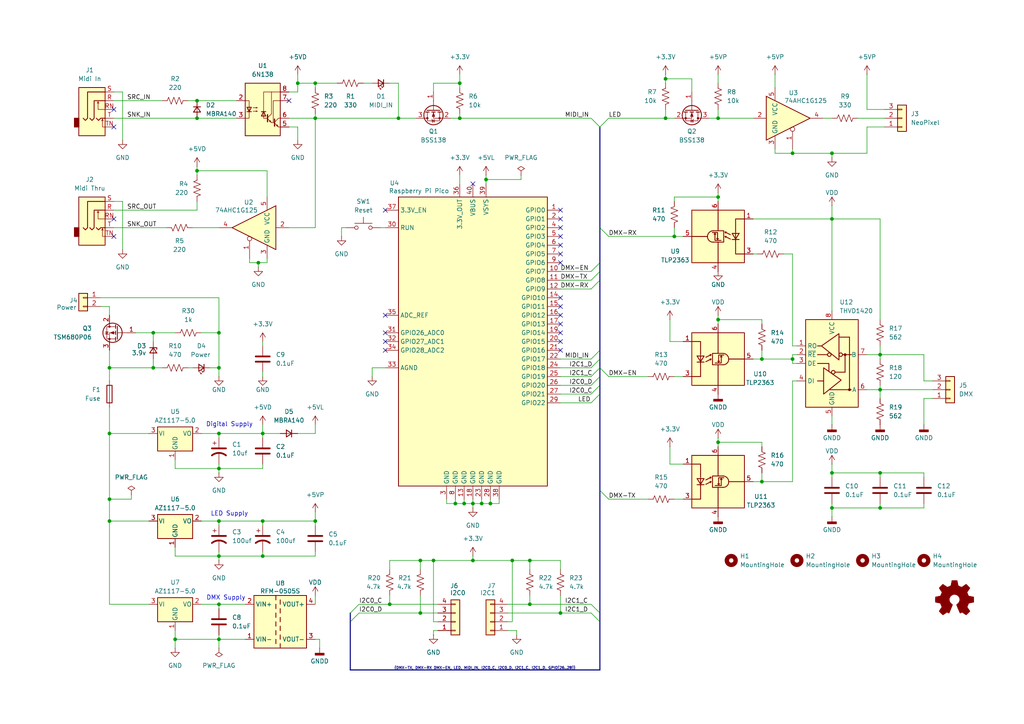
<source format=kicad_sch>
(kicad_sch (version 20231120) (generator "eeschema") (generator_version "8.0")
  (paper "A4")
  (title_block (title "Animatronics - DMX-512 (ANI-DMX)") (date "2025-02-09") (rev "1.0") (company "Sparky Bobo Designs") (comment 2 "Designed by: SparkyBobo") (comment 3 "https://creativecommons.org/licenses/by-sa/4.0/") (comment 4 "Released under the Creative Commons Attribution Share-Alike 4.0 License"))
  (junction (at 132.08 146.05))
  (junction (at 134.62 146.05))
  (junction (at 162.56 177.8))
  (junction (at 241.3 63.5))
  (junction (at 63.5 175.26))
  (junction (at 31.75 144.78))
  (junction (at 44.45 106.68))
  (junction (at 57.15 29.21))
  (junction (at 76.2 125.73))
  (junction (at 63.5 151.13))
  (junction (at 76.2 151.13))
  (junction (at 44.45 96.52))
  (junction (at 86.36 24.13))
  (junction (at 63.5 185.42))
  (junction (at 241.3 137.16))
  (junction (at 121.92 177.8))
  (junction (at 57.15 49.53))
  (junction (at 193.04 22.86))
  (junction (at 76.2 161.29))
  (junction (at 50.8 185.42))
  (junction (at 142.24 146.05))
  (junction (at 121.92 162.56))
  (junction (at 63.5 96.52))
  (junction (at 137.16 162.56))
  (junction (at 241.3 44.45))
  (junction (at 241.3 147.32))
  (junction (at 153.67 162.56))
  (junction (at 195.58 68.58))
  (junction (at 91.44 151.13))
  (junction (at 74.93 76.2))
  (junction (at 63.5 106.68))
  (junction (at 91.44 24.13))
  (junction (at 115.57 34.29))
  (junction (at 153.67 175.26))
  (junction (at 229.87 44.45))
  (junction (at 63.5 161.29))
  (junction (at 125.73 162.56))
  (junction (at 255.27 137.16))
  (junction (at 63.5 125.73))
  (junction (at 220.98 139.7))
  (junction (at 140.97 52.07))
  (junction (at 91.44 34.29))
  (junction (at 63.5 135.89))
  (junction (at 139.7 146.05))
  (junction (at 31.75 125.73))
  (junction (at 220.98 104.14))
  (junction (at 57.15 34.29))
  (junction (at 255.27 113.03))
  (junction (at 31.75 106.68))
  (junction (at 137.16 146.05))
  (junction (at 208.28 57.15))
  (junction (at 31.75 151.13))
  (junction (at 229.87 104.14))
  (junction (at 255.27 102.87))
  (junction (at 208.28 34.29))
  (junction (at 208.28 128.27))
  (junction (at 133.35 34.29))
  (junction (at 208.28 92.71))
  (junction (at 133.35 24.13))
  (junction (at 113.03 175.26))
  (junction (at 193.04 34.29))
  (junction (at 148.59 162.56))
  (junction (at 255.27 147.32))
  (no_connect (at 162.56 88.9))
  (no_connect (at 33.02 68.58))
  (no_connect (at 162.56 101.6))
  (no_connect (at 33.02 63.5))
  (no_connect (at 33.02 36.83))
  (no_connect (at 111.76 101.6))
  (no_connect (at 83.82 29.21))
  (no_connect (at 162.56 86.36))
  (no_connect (at 111.76 99.06))
  (no_connect (at 162.56 68.58))
  (no_connect (at 111.76 91.44))
  (no_connect (at 162.56 96.52))
  (no_connect (at 162.56 71.12))
  (no_connect (at 162.56 99.06))
  (no_connect (at 162.56 93.98))
  (no_connect (at 162.56 63.5))
  (no_connect (at 137.16 53.34))
  (no_connect (at 162.56 73.66))
  (no_connect (at 162.56 60.96))
  (no_connect (at 33.02 31.75))
  (no_connect (at 162.56 76.2))
  (no_connect (at 162.56 66.04))
  (no_connect (at 111.76 96.52))
  (no_connect (at 162.56 91.44))
  (no_connect (at 111.76 60.96))
  (bus_entry (at 101.6 177.8) (size 2.54 -2.54))
  (bus_entry (at 173.99 180.34) (size -2.54 -2.54))
  (bus_entry (at 173.99 106.68) (size 2.54 2.54))
  (bus_entry (at 173.99 106.68) (size -2.54 2.54))
  (bus_entry (at 173.99 111.76) (size -2.54 2.54))
  (bus_entry (at 173.99 76.2) (size -2.54 2.54))
  (bus_entry (at 173.99 114.3) (size -2.54 2.54))
  (bus_entry (at 173.99 101.6) (size -2.54 2.54))
  (bus_entry (at 173.99 81.28) (size -2.54 2.54))
  (bus_entry (at 173.99 109.22) (size -2.54 2.54))
  (bus_entry (at 173.99 142.24) (size 2.54 2.54))
  (bus_entry (at 101.6 180.34) (size 2.54 -2.54))
  (bus_entry (at 171.45 34.29) (size 2.54 2.54))
  (bus_entry (at 173.99 36.83) (size 2.54 -2.54))
  (bus_entry (at 173.99 177.8) (size -2.54 -2.54))
  (bus_entry (at 173.99 104.14) (size -2.54 2.54))
  (bus_entry (at 173.99 66.04) (size 2.54 2.54))
  (bus_entry (at 173.99 78.74) (size -2.54 2.54))
  (wire (pts (xy 133.35 50.8) (xy 133.35 53.34)))
  (wire (pts (xy 63.5 151.13) (xy 63.5 152.4)))
  (wire (pts (xy 121.92 162.56) (xy 121.92 165.1)))
  (wire (pts (xy 115.57 34.29) (xy 115.57 24.13)))
  (wire (pts (xy 140.97 52.07) (xy 151.13 52.07)))
  (wire (pts (xy 58.42 125.73) (xy 63.5 125.73)))
  (wire (pts (xy 251.46 36.83) (xy 256.54 36.83)))
  (wire (pts (xy 229.87 44.45) (xy 224.79 44.45)))
  (wire (pts (xy 198.12 134.62) (xy 194.31 134.62)))
  (wire (pts (xy 134.62 146.05) (xy 137.16 146.05)))
  (wire (pts (xy 57.15 49.53) (xy 77.47 49.53)))
  (wire (pts (xy 255.27 63.5) (xy 241.3 63.5)))
  (wire (pts (xy 29.21 88.9) (xy 31.75 88.9)))
  (bus (pts (xy 173.99 76.2) (xy 173.99 78.74)))
  (wire (pts (xy 139.7 146.05) (xy 142.24 146.05)))
  (wire (pts (xy 229.87 104.14) (xy 229.87 105.41)))
  (wire (pts (xy 149.86 182.88) (xy 149.86 184.15)))
  (wire (pts (xy 241.3 134.62) (xy 241.3 137.16)))
  (wire (pts (xy 195.58 66.04) (xy 195.58 68.58)))
  (wire (pts (xy 193.04 31.75) (xy 193.04 34.29)))
  (wire (pts (xy 113.03 162.56) (xy 121.92 162.56)))
  (wire (pts (xy 231.14 110.49) (xy 229.87 110.49)))
  (wire (pts (xy 162.56 177.8) (xy 162.56 172.72)))
  (wire (pts (xy 35.56 40.64) (xy 35.56 26.67)))
  (bus (pts (xy 173.99 109.22) (xy 173.99 111.76)))
  (wire (pts (xy 229.87 73.66) (xy 229.87 100.33)))
  (wire (pts (xy 255.27 111.76) (xy 255.27 113.03)))
  (wire (pts (xy 115.57 24.13) (xy 113.03 24.13)))
  (wire (pts (xy 44.45 106.68) (xy 46.99 106.68)))
  (wire (pts (xy 148.59 162.56) (xy 153.67 162.56)))
  (wire (pts (xy 142.24 144.78) (xy 142.24 146.05)))
  (wire (pts (xy 255.27 102.87) (xy 267.97 102.87)))
  (wire (pts (xy 63.5 161.29) (xy 50.8 161.29)))
  (wire (pts (xy 200.66 22.86) (xy 193.04 22.86)))
  (wire (pts (xy 130.81 34.29) (xy 133.35 34.29)))
  (wire (pts (xy 91.44 24.13) (xy 97.79 24.13)))
  (wire (pts (xy 125.73 162.56) (xy 125.73 180.34)))
  (wire (pts (xy 153.67 175.26) (xy 171.45 175.26)))
  (bus (pts (xy 173.99 177.8) (xy 173.99 180.34)))
  (wire (pts (xy 31.75 106.68) (xy 44.45 106.68)))
  (wire (pts (xy 76.2 107.95) (xy 76.2 109.22)))
  (wire (pts (xy 77.47 49.53) (xy 77.47 57.15)))
  (wire (pts (xy 35.56 72.39) (xy 35.56 58.42)))
  (wire (pts (xy 63.5 106.68) (xy 63.5 109.22)))
  (wire (pts (xy 241.3 137.16) (xy 255.27 137.16)))
  (bus (pts (xy 173.99 111.76) (xy 173.99 114.3)))
  (wire (pts (xy 127 180.34) (xy 125.73 180.34)))
  (wire (pts (xy 267.97 110.49) (xy 267.97 102.87)))
  (wire (pts (xy 76.2 135.89) (xy 76.2 134.62)))
  (wire (pts (xy 200.66 26.67) (xy 200.66 22.86)))
  (wire (pts (xy 72.39 76.2) (xy 72.39 74.93)))
  (wire (pts (xy 113.03 172.72) (xy 113.03 175.26)))
  (wire (pts (xy 208.28 127) (xy 208.28 128.27)))
  (wire (pts (xy 31.75 118.11) (xy 31.75 125.73)))
  (wire (pts (xy 38.1 143.51) (xy 38.1 144.78)))
  (bus (pts (xy 173.99 101.6) (xy 173.99 104.14)))
  (wire (pts (xy 255.27 137.16) (xy 255.27 138.43)))
  (bus (pts (xy 173.99 114.3) (xy 173.99 142.24)))
  (wire (pts (xy 208.28 128.27) (xy 220.98 128.27)))
  (wire (pts (xy 33.02 34.29) (xy 57.15 34.29)))
  (wire (pts (xy 241.3 44.45) (xy 229.87 44.45)))
  (wire (pts (xy 63.5 125.73) (xy 63.5 127)))
  (wire (pts (xy 255.27 102.87) (xy 255.27 104.14)))
  (wire (pts (xy 132.08 146.05) (xy 134.62 146.05)))
  (wire (pts (xy 115.57 34.29) (xy 120.65 34.29)))
  (wire (pts (xy 99.06 66.04) (xy 99.06 68.58)))
  (wire (pts (xy 76.2 123.19) (xy 76.2 125.73)))
  (bus (pts (xy 173.99 104.14) (xy 173.99 106.68)))
  (wire (pts (xy 91.44 151.13) (xy 91.44 152.4)))
  (wire (pts (xy 255.27 147.32) (xy 267.97 147.32)))
  (wire (pts (xy 139.7 144.78) (xy 139.7 146.05)))
  (wire (pts (xy 63.5 125.73) (xy 76.2 125.73)))
  (wire (pts (xy 63.5 185.42) (xy 71.12 185.42)))
  (bus (pts (xy 173.99 36.83) (xy 173.99 66.04)))
  (wire (pts (xy 171.45 114.3) (xy 162.56 114.3)))
  (wire (pts (xy 50.8 161.29) (xy 50.8 158.75)))
  (wire (pts (xy 104.14 175.26) (xy 113.03 175.26)))
  (wire (pts (xy 267.97 147.32) (xy 267.97 146.05)))
  (wire (pts (xy 57.15 29.21) (xy 68.58 29.21)))
  (wire (pts (xy 76.2 161.29) (xy 91.44 161.29)))
  (wire (pts (xy 229.87 110.49) (xy 229.87 139.7)))
  (wire (pts (xy 270.51 115.57) (xy 267.97 115.57)))
  (wire (pts (xy 147.32 182.88) (xy 149.86 182.88)))
  (wire (pts (xy 63.5 175.26) (xy 63.5 176.53)))
  (wire (pts (xy 77.47 74.93) (xy 77.47 76.2)))
  (wire (pts (xy 270.51 110.49) (xy 267.97 110.49)))
  (wire (pts (xy 241.3 147.32) (xy 255.27 147.32)))
  (wire (pts (xy 162.56 162.56) (xy 162.56 165.1)))
  (wire (pts (xy 241.3 147.32) (xy 241.3 149.86)))
  (wire (pts (xy 208.28 21.59) (xy 208.28 24.13)))
  (wire (pts (xy 218.44 139.7) (xy 220.98 139.7)))
  (wire (pts (xy 171.45 104.14) (xy 162.56 104.14)))
  (wire (pts (xy 251.46 31.75) (xy 256.54 31.75)))
  (wire (pts (xy 133.35 21.59) (xy 133.35 24.13)))
  (wire (pts (xy 171.45 111.76) (xy 162.56 111.76)))
  (wire (pts (xy 238.76 34.29) (xy 241.3 34.29)))
  (wire (pts (xy 31.75 101.6) (xy 31.75 106.68)))
  (wire (pts (xy 58.42 151.13) (xy 63.5 151.13)))
  (wire (pts (xy 63.5 135.89) (xy 63.5 137.16)))
  (wire (pts (xy 74.93 76.2) (xy 77.47 76.2)))
  (wire (pts (xy 63.5 151.13) (xy 76.2 151.13)))
  (wire (pts (xy 76.2 151.13) (xy 76.2 152.4)))
  (wire (pts (xy 74.93 76.2) (xy 74.93 77.47)))
  (wire (pts (xy 125.73 162.56) (xy 121.92 162.56)))
  (wire (pts (xy 193.04 22.86) (xy 193.04 24.13)))
  (wire (pts (xy 92.71 185.42) (xy 92.71 187.96)))
  (wire (pts (xy 176.53 68.58) (xy 195.58 68.58)))
  (wire (pts (xy 195.58 144.78) (xy 198.12 144.78)))
  (wire (pts (xy 57.15 34.29) (xy 68.58 34.29)))
  (wire (pts (xy 125.73 24.13) (xy 133.35 24.13)))
  (wire (pts (xy 227.33 73.66) (xy 229.87 73.66)))
  (wire (pts (xy 55.88 66.04) (xy 63.5 66.04)))
  (wire (pts (xy 255.27 113.03) (xy 255.27 115.57)))
  (wire (pts (xy 140.97 52.07) (xy 140.97 53.34)))
  (wire (pts (xy 63.5 185.42) (xy 63.5 187.96)))
  (wire (pts (xy 151.13 52.07) (xy 151.13 50.8)))
  (wire (pts (xy 58.42 96.52) (xy 63.5 96.52)))
  (wire (pts (xy 218.44 63.5) (xy 241.3 63.5)))
  (wire (pts (xy 251.46 113.03) (xy 255.27 113.03)))
  (wire (pts (xy 137.16 162.56) (xy 148.59 162.56)))
  (wire (pts (xy 229.87 105.41) (xy 231.14 105.41)))
  (wire (pts (xy 107.95 24.13) (xy 105.41 24.13)))
  (wire (pts (xy 63.5 134.62) (xy 63.5 135.89)))
  (wire (pts (xy 194.31 92.71) (xy 194.31 99.06)))
  (wire (pts (xy 113.03 165.1) (xy 113.03 162.56)))
  (wire (pts (xy 57.15 49.53) (xy 57.15 50.8)))
  (wire (pts (xy 194.31 129.54) (xy 194.31 134.62)))
  (wire (pts (xy 44.45 96.52) (xy 50.8 96.52)))
  (bus (pts (xy 173.99 66.04) (xy 173.99 76.2)))
  (wire (pts (xy 31.75 144.78) (xy 38.1 144.78)))
  (wire (pts (xy 50.8 135.89) (xy 50.8 133.35)))
  (wire (pts (xy 107.95 106.68) (xy 111.76 106.68)))
  (wire (pts (xy 195.58 57.15) (xy 195.58 58.42)))
  (wire (pts (xy 132.08 144.78) (xy 132.08 146.05)))
  (wire (pts (xy 110.49 66.04) (xy 111.76 66.04)))
  (wire (pts (xy 153.67 175.26) (xy 153.67 172.72)))
  (wire (pts (xy 50.8 185.42) (xy 63.5 185.42)))
  (wire (pts (xy 205.74 34.29) (xy 208.28 34.29)))
  (wire (pts (xy 44.45 96.52) (xy 44.45 99.06)))
  (wire (pts (xy 63.5 135.89) (xy 76.2 135.89)))
  (wire (pts (xy 31.75 175.26) (xy 43.18 175.26)))
  (wire (pts (xy 195.58 68.58) (xy 198.12 68.58)))
  (wire (pts (xy 137.16 146.05) (xy 137.16 147.32)))
  (wire (pts (xy 113.03 175.26) (xy 127 175.26)))
  (wire (pts (xy 195.58 57.15) (xy 208.28 57.15)))
  (wire (pts (xy 137.16 146.05) (xy 139.7 146.05)))
  (wire (pts (xy 255.27 100.33) (xy 255.27 102.87)))
  (wire (pts (xy 251.46 36.83) (xy 251.46 44.45)))
  (wire (pts (xy 208.28 92.71) (xy 208.28 93.98)))
  (wire (pts (xy 44.45 106.68) (xy 44.45 104.14)))
  (wire (pts (xy 129.54 146.05) (xy 132.08 146.05)))
  (wire (pts (xy 241.3 63.5) (xy 241.3 90.17)))
  (wire (pts (xy 220.98 128.27) (xy 220.98 129.54)))
  (wire (pts (xy 193.04 21.59) (xy 193.04 22.86)))
  (wire (pts (xy 57.15 48.26) (xy 57.15 49.53)))
  (wire (pts (xy 147.32 180.34) (xy 148.59 180.34)))
  (wire (pts (xy 176.53 109.22) (xy 187.96 109.22)))
  (wire (pts (xy 162.56 81.28) (xy 171.45 81.28)))
  (wire (pts (xy 142.24 146.05) (xy 144.78 146.05)))
  (wire (pts (xy 57.15 58.42) (xy 57.15 60.96)))
  (wire (pts (xy 91.44 172.72) (xy 91.44 175.26)))
  (wire (pts (xy 125.73 26.67) (xy 125.73 24.13)))
  (wire (pts (xy 50.8 185.42) (xy 50.8 182.88)))
  (wire (pts (xy 91.44 125.73) (xy 91.44 123.19)))
  (wire (pts (xy 63.5 175.26) (xy 71.12 175.26)))
  (wire (pts (xy 241.3 59.69) (xy 241.3 63.5)))
  (wire (pts (xy 76.2 125.73) (xy 81.28 125.73)))
  (wire (pts (xy 33.02 66.04) (xy 48.26 66.04)))
  (wire (pts (xy 255.27 63.5) (xy 255.27 92.71)))
  (wire (pts (xy 162.56 83.82) (xy 171.45 83.82)))
  (bus (pts (xy 173.99 180.34) (xy 173.99 194.31)))
  (wire (pts (xy 153.67 162.56) (xy 153.67 165.1)))
  (wire (pts (xy 127 182.88) (xy 125.73 182.88)))
  (wire (pts (xy 176.53 34.29) (xy 193.04 34.29)))
  (wire (pts (xy 31.75 125.73) (xy 43.18 125.73)))
  (wire (pts (xy 29.21 86.36) (xy 63.5 86.36)))
  (wire (pts (xy 220.98 92.71) (xy 220.98 93.98)))
  (wire (pts (xy 267.97 115.57) (xy 267.97 123.19)))
  (wire (pts (xy 76.2 160.02) (xy 76.2 161.29)))
  (wire (pts (xy 241.3 44.45) (xy 251.46 44.45)))
  (wire (pts (xy 208.28 57.15) (xy 208.28 58.42)))
  (wire (pts (xy 208.28 31.75) (xy 208.28 34.29)))
  (wire (pts (xy 63.5 86.36) (xy 63.5 96.52)))
  (bus (pts (xy 173.99 106.68) (xy 173.99 109.22)))
  (wire (pts (xy 147.32 177.8) (xy 162.56 177.8)))
  (wire (pts (xy 35.56 26.67) (xy 33.02 26.67)))
  (wire (pts (xy 33.02 60.96) (xy 57.15 60.96)))
  (bus (pts (xy 101.6 180.34) (xy 101.6 194.31)))
  (wire (pts (xy 63.5 96.52) (xy 63.5 106.68)))
  (wire (pts (xy 137.16 144.78) (xy 137.16 146.05)))
  (wire (pts (xy 63.5 135.89) (xy 50.8 135.89)))
  (wire (pts (xy 195.58 109.22) (xy 198.12 109.22)))
  (wire (pts (xy 133.35 34.29) (xy 171.45 34.29)))
  (wire (pts (xy 125.73 182.88) (xy 125.73 184.15)))
  (wire (pts (xy 198.12 99.06) (xy 194.31 99.06)))
  (wire (pts (xy 148.59 162.56) (xy 148.59 180.34)))
  (wire (pts (xy 76.2 99.06) (xy 76.2 100.33)))
  (wire (pts (xy 133.35 24.13) (xy 133.35 25.4)))
  (wire (pts (xy 162.56 177.8) (xy 171.45 177.8)))
  (wire (pts (xy 31.75 151.13) (xy 31.75 175.26)))
  (wire (pts (xy 133.35 33.02) (xy 133.35 34.29)))
  (wire (pts (xy 255.27 137.16) (xy 267.97 137.16)))
  (wire (pts (xy 83.82 26.67) (xy 86.36 26.67)))
  (wire (pts (xy 55.88 106.68) (xy 54.61 106.68)))
  (wire (pts (xy 54.61 29.21) (xy 57.15 29.21)))
  (wire (pts (xy 241.3 146.05) (xy 241.3 147.32)))
  (wire (pts (xy 220.98 139.7) (xy 229.87 139.7)))
  (wire (pts (xy 91.44 161.29) (xy 91.44 160.02)))
  (wire (pts (xy 220.98 104.14) (xy 229.87 104.14)))
  (wire (pts (xy 76.2 151.13) (xy 91.44 151.13)))
  (wire (pts (xy 208.28 34.29) (xy 218.44 34.29)))
  (bus (pts (xy 173.99 81.28) (xy 173.99 101.6)))
  (wire (pts (xy 91.44 66.04) (xy 83.82 66.04)))
  (wire (pts (xy 63.5 160.02) (xy 63.5 161.29)))
  (wire (pts (xy 220.98 101.6) (xy 220.98 104.14)))
  (wire (pts (xy 60.96 106.68) (xy 63.5 106.68)))
  (wire (pts (xy 31.75 151.13) (xy 43.18 151.13)))
  (wire (pts (xy 147.32 175.26) (xy 153.67 175.26)))
  (wire (pts (xy 137.16 161.29) (xy 137.16 162.56)))
  (wire (pts (xy 224.79 43.18) (xy 224.79 44.45)))
  (wire (pts (xy 86.36 26.67) (xy 86.36 24.13)))
  (wire (pts (xy 104.14 177.8) (xy 121.92 177.8)))
  (bus (pts (xy 101.6 177.8) (xy 101.6 180.34)))
  (wire (pts (xy 83.82 34.29) (xy 91.44 34.29)))
  (wire (pts (xy 63.5 161.29) (xy 76.2 161.29)))
  (wire (pts (xy 251.46 21.59) (xy 251.46 31.75)))
  (wire (pts (xy 224.79 21.59) (xy 224.79 25.4)))
  (wire (pts (xy 208.28 55.88) (xy 208.28 57.15)))
  (wire (pts (xy 86.36 36.83) (xy 86.36 40.64)))
  (wire (pts (xy 91.44 34.29) (xy 115.57 34.29)))
  (wire (pts (xy 248.92 34.29) (xy 256.54 34.29)))
  (wire (pts (xy 58.42 175.26) (xy 63.5 175.26)))
  (wire (pts (xy 74.93 76.2) (xy 72.39 76.2)))
  (wire (pts (xy 218.44 104.14) (xy 220.98 104.14)))
  (wire (pts (xy 267.97 137.16) (xy 267.97 138.43)))
  (wire (pts (xy 176.53 144.78) (xy 187.96 144.78)))
  (wire (pts (xy 208.28 91.44) (xy 208.28 92.71)))
  (wire (pts (xy 140.97 50.8) (xy 140.97 52.07)))
  (wire (pts (xy 63.5 184.15) (xy 63.5 185.42)))
  (wire (pts (xy 251.46 102.87) (xy 255.27 102.87)))
  (wire (pts (xy 229.87 44.45) (xy 229.87 43.18)))
  (wire (pts (xy 171.45 116.84) (xy 162.56 116.84)))
  (wire (pts (xy 255.27 146.05) (xy 255.27 147.32)))
  (wire (pts (xy 31.75 144.78) (xy 31.75 151.13)))
  (wire (pts (xy 171.45 106.68) (xy 162.56 106.68)))
  (wire (pts (xy 39.37 96.52) (xy 44.45 96.52)))
  (wire (pts (xy 208.28 128.27) (xy 208.28 129.54)))
  (wire (pts (xy 229.87 102.87) (xy 229.87 104.14)))
  (wire (pts (xy 91.44 148.59) (xy 91.44 151.13)))
  (wire (pts (xy 31.75 91.44) (xy 31.75 88.9)))
  (wire (pts (xy 241.3 44.45) (xy 241.3 45.72)))
  (bus (pts (xy 173.99 142.24) (xy 173.99 177.8)))
  (wire (pts (xy 231.14 102.87) (xy 229.87 102.87)))
  (wire (pts (xy 91.44 185.42) (xy 92.71 185.42)))
  (wire (pts (xy 91.44 24.13) (xy 91.44 25.4)))
  (wire (pts (xy 86.36 24.13) (xy 91.44 24.13)))
  (wire (pts (xy 220.98 137.16) (xy 220.98 139.7)))
  (wire (pts (xy 121.92 177.8) (xy 127 177.8)))
  (wire (pts (xy 50.8 185.42) (xy 50.8 187.96)))
  (wire (pts (xy 100.33 66.04) (xy 99.06 66.04)))
  (wire (pts (xy 86.36 125.73) (xy 91.44 125.73)))
  (wire (pts (xy 31.75 106.68) (xy 31.75 110.49)))
  (wire (pts (xy 153.67 162.56) (xy 162.56 162.56)))
  (wire (pts (xy 91.44 34.29) (xy 91.44 66.04)))
  (wire (pts (xy 255.27 113.03) (xy 270.51 113.03)))
  (wire (pts (xy 129.54 144.78) (xy 129.54 146.05)))
  (wire (pts (xy 171.45 78.74) (xy 162.56 78.74)))
  (wire (pts (xy 171.45 109.22) (xy 162.56 109.22)))
  (wire (pts (xy 31.75 125.73) (xy 31.75 144.78)))
  (wire (pts (xy 63.5 161.29) (xy 63.5 162.56)))
  (wire (pts (xy 86.36 21.59) (xy 86.36 24.13)))
  (wire (pts (xy 195.58 34.29) (xy 193.04 34.29)))
  (wire (pts (xy 208.28 92.71) (xy 220.98 92.71)))
  (wire (pts (xy 144.78 146.05) (xy 144.78 144.78)))
  (wire (pts (xy 33.02 29.21) (xy 46.99 29.21)))
  (wire (pts (xy 83.82 36.83) (xy 86.36 36.83)))
  (wire (pts (xy 241.3 120.65) (xy 241.3 123.19)))
  (bus (pts (xy 173.99 78.74) (xy 173.99 81.28)))
  (bus (pts (xy 101.6 194.31) (xy 173.99 194.31)))
  (wire (pts (xy 35.56 58.42) (xy 33.02 58.42)))
  (wire (pts (xy 107.95 106.68) (xy 107.95 109.22)))
  (wire (pts (xy 241.3 138.43) (xy 241.3 137.16)))
  (wire (pts (xy 229.87 100.33) (xy 231.14 100.33)))
  (wire (pts (xy 121.92 172.72) (xy 121.92 177.8)))
  (wire (pts (xy 76.2 125.73) (xy 76.2 127)))
  (wire (pts (xy 91.44 34.29) (xy 91.44 33.02)))
  (wire (pts (xy 218.44 73.66) (xy 219.71 73.66)))
  (wire (pts (xy 134.62 144.78) (xy 134.62 146.05)))
  (wire (pts (xy 125.73 162.56) (xy 137.16 162.56)))
  (text "LED Supply" (at 66.548 149.098 0) (effects (font (size 1.27 1.27))))
  (text "Digital Supply" (at 66.548 123.19 0) (effects (font (size 1.27 1.27))))
  (text "DMX Supply" (at 65.532 173.482 0) (effects (font (size 1.27 1.27))))
  (label "DMX-RX" (at 162.56 83.82 0))
  (label "LED" (at 176.53 34.29 0))
  (label "DMX-TX" (at 162.56 81.28 0))
  (label "{DMX-TX, DMX-RX DMX-EN, LED, MIDI_IN, I2C0_C, I2C0_D, I2C1_C, I2C1_D, GPIO[26..28]}" (at 114.3 194.31 0) (effects (font (size 0.762 0.762))))
  (label "DMX-RX" (at 176.53 68.58 0))
  (label "SNK_IN" (at 36.83 34.29 0))
  (label "I2C0_C" (at 165.1 114.3 0))
  (label "DMX-TX" (at 176.53 144.78 0))
  (label "SNK_OUT" (at 36.83 66.04 0))
  (label "DMX-EN" (at 162.56 78.74 0))
  (label "I2C0_D" (at 104.14 177.8 0))
  (label "I2C1_C" (at 163.83 175.26 0))
  (label "SRC_OUT" (at 36.83 60.96 0))
  (label "I2C0_C" (at 104.14 175.26 0))
  (label "SRC_IN" (at 36.83 29.21 0))
  (label "I2C1_C" (at 165.1 109.22 0))
  (label "I2C0_D" (at 165.1 111.76 0))
  (label "MIDI_IN" (at 163.83 104.14 0))
  (label "MIDI_IN" (at 163.83 34.29 0))
  (label "I2C1_D" (at 165.1 106.68 0))
  (label "LED" (at 167.64 116.84 0))
  (label "I2C1_D" (at 163.83 177.8 0))
  (label "DMX-EN" (at 176.53 109.22 0))
  (symbol (lib_id "power:+5VL") (at 91.44 123.19 0) (unit 1)
    (property "Reference" "#PWR057" (effects (hide yes)))
    (property "Value" "+5VL" (at 91.44 118.11 0))
    (property "Description" "Power symbol creates a global label with name \"+5VL\"" (effects (hide yes)))
  )
  (symbol (lib_id "power:GND") (at 107.95 109.22 0) (unit 1)
    (property "Reference" "#PWR018" (effects (hide yes)))
    (property "Value" "GND" (at 107.95 114.3 0))
    (property "Description" "Power symbol creates a global label with name \"GND\" , ground" (effects (hide yes)))
  )
  (symbol (lib_id "Device:C_Polarized_US") (at 76.2 156.21 0) (unit 1)
    (property "Reference" "C4" (at 80.01 154.3049 0) (effects (justify left)))
    (property "Value" "100uf" (at 80.01 156.8449 0) (effects (justify left)))
    (property "Footprint" "Capacitor_THT:CP_Radial_D5.0mm_P2.00mm" (effects (hide yes)))
    (property "Description" "Polarized capacitor, US symbol" (effects (hide yes)))
  )
  (symbol (lib_id "Mechanical:MountingHole") (at 250.19 162.56 0) (unit 1) (exclude_from_sim yes) (in_bom no)
    (property "Reference" "H3" (at 252.73 161.2899 0) (effects (justify left)))
    (property "Value" "MountingHole" (at 252.73 163.8299 0) (effects (justify left)))
    (property "Footprint" "MountingHole:MountingHole_3.2mm_M3" (effects (hide yes)))
    (property "Description" "Mounting Hole without connection" (effects (hide yes)))
  )
  (symbol (lib_id "power:GND") (at 241.3 45.72 0) (mirror y) (unit 1)
    (property "Reference" "#PWR038" (effects (hide yes)))
    (property "Value" "GND" (at 241.3 50.8 0))
    (property "Description" "Power symbol creates a global label with name \"GND\" , ground" (effects (hide yes)))
  )
  (symbol (lib_id "Device:R_US") (at 162.56 168.91 180) (unit 1)
    (property "Reference" "R23" (at 165.1 167.6399 0) (effects (justify right)))
    (property "Value" "4.7k" (at 165.1 170.1799 0) (effects (justify right)))
    (property "Footprint" "Resistor_SMD:R_1206_3216Metric_Pad1.30x1.75mm_HandSolder" (effects (hide yes)))
    (property "Description" "Resistor, US symbol" (effects (hide yes)))
  )
  (symbol (lib_id "power:GND") (at 35.56 40.64 0) (mirror y) (unit 1)
    (property "Reference" "#PWR01" (effects (hide yes)))
    (property "Value" "GND" (at 35.56 45.72 0))
    (property "Description" "Power symbol creates a global label with name \"GND\" , ground" (effects (hide yes)))
  )
  (symbol (lib_id "Device:R_US") (at 91.44 29.21 0) (unit 1)
    (property "Reference" "R3" (at 93.98 27.9399 0) (effects (justify left)))
    (property "Value" "220" (at 93.98 30.4799 0) (effects (justify left)))
    (property "Footprint" "Resistor_SMD:R_1206_3216Metric_Pad1.30x1.75mm_HandSolder" (effects (hide yes)))
    (property "Description" "Resistor, US symbol" (effects (hide yes)))
  )
  (symbol (lib_id "power:GNDD") (at 208.28 114.3 0) (unit 1)
    (property "Reference" "#PWR034" (effects (hide yes)))
    (property "Value" "GNDD" (at 208.28 118.11 0))
    (property "Description" "Power symbol creates a global label with name \"GNDD\" , digital ground" (effects (hide yes)))
  )
  (symbol (lib_id "power:+3.3V") (at 133.35 50.8 0) (unit 1)
    (property "Reference" "#PWR022" (effects (hide yes)))
    (property "Value" "+3.3V" (at 133.35 45.72 0))
    (property "Description" "Power symbol creates a global label with name \"+3.3V\"" (effects (hide yes)))
  )
  (symbol (lib_id "Device:R_US") (at 50.8 106.68 90) (unit 1)
    (property "Reference" "R10" (at 50.8 100.33 90))
    (property "Value" "470" (at 50.8 102.87 90))
    (property "Footprint" "Resistor_SMD:R_1206_3216Metric_Pad1.30x1.75mm_HandSolder" (effects (hide yes)))
    (property "Description" "Resistor, US symbol" (effects (hide yes)))
  )
  (symbol (lib_id "Device:R_US") (at 54.61 96.52 90) (unit 1)
    (property "Reference" "R30" (at 54.61 90.17 90))
    (property "Value" "1k" (at 54.61 92.71 90))
    (property "Footprint" "Resistor_SMD:R_1206_3216Metric_Pad1.30x1.75mm_HandSolder" (effects (hide yes)))
    (property "Description" "Resistor, US symbol" (effects (hide yes)))
  )
  (symbol (lib_id "power:+5VD") (at 86.36 21.59 0) (unit 1)
    (property "Reference" "#PWR011" (effects (hide yes)))
    (property "Value" "+5VD" (at 86.36 16.51 0))
    (property "Description" "Power symbol creates a global label with name \"+5VD\"" (effects (hide yes)))
  )
  (symbol (lib_id "power:VDD") (at 241.3 134.62 0) (unit 1)
    (property "Reference" "#PWR041" (effects (hide yes)))
    (property "Value" "VDD" (at 241.3 130.81 0))
    (property "Description" "Power symbol creates a global label with name \"VDD\"" (effects (hide yes)))
  )
  (symbol (lib_id "Device:C") (at 76.2 104.14 0) (unit 1)
    (property "Reference" "C9" (at 80.01 102.8699 0) (effects (justify left)))
    (property "Value" "0.1uF" (at 80.01 105.4099 0) (effects (justify left)))
    (property "Footprint" "Capacitor_THT:C_Rect_L4.0mm_W2.5mm_P2.50mm" (effects (hide yes)))
    (property "Description" "Unpolarized capacitor" (effects (hide yes)))
  )
  (symbol (lib_id "Device:R_US") (at 208.28 27.94 180) (unit 1)
    (property "Reference" "R8" (at 210.82 26.6699 0) (effects (justify right)))
    (property "Value" "10k" (at 210.82 29.2099 0) (effects (justify right)))
    (property "Footprint" "Resistor_SMD:R_1206_3216Metric_Pad1.30x1.75mm_HandSolder" (effects (hide yes)))
    (property "Description" "Resistor, US symbol" (effects (hide yes)))
  )
  (symbol (lib_id "Connector_Generic:Conn_01x04") (at 142.24 180.34 180) (unit 1)
    (property "Reference" "J7" (at 143.764 169.926 0) (effects (justify left)))
    (property "Value" "I2C1" (at 143.764 171.958 0) (effects (justify left)))
    (property "Footprint" "Connector_JST:JST_SH_BM04B-SRSS-TB_1x04-1MP_P1.00mm_Vertical" (effects (hide yes)))
    (property "Description" "Generic connector, single row, 01x04, script generated (kicad-library-utils/schlib/autogen/connector/)" (effects (hide yes)))
  )
  (symbol (lib_id "power:VDD") (at 208.28 127 0) (unit 1)
    (property "Reference" "#PWR035" (effects (hide yes)))
    (property "Value" "VDD" (at 208.28 123.19 0))
    (property "Description" "Power symbol creates a global label with name \"VDD\"" (effects (hide yes)))
  )
  (symbol (lib_id "power:GND") (at 99.06 68.58 0) (mirror y) (unit 1)
    (property "Reference" "#PWR017" (effects (hide yes)))
    (property "Value" "GND" (at 99.06 73.66 0))
    (property "Description" "Power symbol creates a global label with name \"GND\" , ground" (effects (hide yes)))
  )
  (symbol (lib_id "power:+5VP") (at 251.46 21.59 0) (unit 1)
    (property "Reference" "#PWR043" (effects (hide yes)))
    (property "Value" "+5VP" (at 251.46 16.51 0))
    (property "Description" "Power symbol creates a global label with name \"+5VP\"" (effects (hide yes)))
  )
  (symbol (lib_id "power:+5VL") (at 140.97 50.8 0) (unit 1)
    (property "Reference" "#PWR024" (effects (hide yes)))
    (property "Value" "+5VL" (at 140.97 45.72 0))
    (property "Description" "Power symbol creates a global label with name \"+5VL\"" (effects (hide yes)))
  )
  (symbol (lib_id "Connector_Generic:Conn_01x02") (at 24.13 86.36 0) (mirror y) (unit 1)
    (property "Reference" "J4" (at 21.336 87.122 0))
    (property "Value" "Power" (at 19.304 89.154 0))
    (property "Footprint" "Connector_Phoenix_MC:PhoenixContact_MC_1,5_2-G-3.81_1x02_P3.81mm_Horizontal" (effects (hide yes)))
    (property "Description" "Generic connector, single row, 01x02, script generated (kicad-library-utils/schlib/autogen/connector/)" (effects (hide yes)))
  )
  (symbol (lib_id "power:PWR_FLAG") (at 38.1 143.51 0) (unit 1)
    (property "Reference" "#FLG02" (effects (hide yes)))
    (property "Value" "PWR_FLAG" (at 38.1 138.43 0))
    (property "Description" "Special symbol for telling ERC where power comes from" (effects (hide yes)))
  )
  (symbol (lib_id "Connector_Audio:AudioJack3_SwitchTR") (at 27.94 60.96 0) (unit 1)
    (property "Reference" "J2" (at 26.035 52.07 0))
    (property "Value" "Midi Thru" (at 26.035 54.61 0))
    (property "Footprint" "footprints:Jack_3.5mm_Adafruit_1699_Horizontal" (effects (hide yes)))
    (property "Description" "Audio Jack, 3 Poles (Stereo / TRS), Switched TR Poles (Normalling)" (effects (hide yes)))
  )
  (symbol (lib_id "Device:D_Small") (at 57.15 31.75 270) (unit 1)
    (property "Reference" "D2" (at 59.69 30.4799 90) (effects (justify left)))
    (property "Value" "MBRA140" (at 59.69 33.0199 90) (effects (justify left)))
    (property "Footprint" "Diode_SMD:D_SMA_Handsoldering" (effects (hide yes)))
    (property "Description" "Diode, small symbol" (effects (hide yes)))
    (property "Sim.Device" "D" (effects (hide yes)))
    (property "Sim.Pins" "1=K 2=A" (effects (hide yes)))
  )
  (symbol (lib_id "Device:LED_Small") (at 110.49 24.13 180) (unit 1)
    (property "Reference" "D1" (at 110.49 27.94 0))
    (property "Value" "MIDI_IN" (at 110.49 30.48 0))
    (property "Footprint" "LED_SMD:LED_1206_3216Metric_Pad1.42x1.75mm_HandSolder" (effects (hide yes)))
    (property "Description" "Light emitting diode, small symbol" (effects (hide yes)))
  )
  (symbol (lib_id "Device:R_US") (at 133.35 29.21 180) (unit 1)
    (property "Reference" "R6" (at 135.89 27.9399 0) (effects (justify right)))
    (property "Value" "10k" (at 135.89 30.4799 0) (effects (justify right)))
    (property "Footprint" "Resistor_SMD:R_1206_3216Metric_Pad1.30x1.75mm_HandSolder" (effects (hide yes)))
    (property "Description" "Resistor, US symbol" (effects (hide yes)))
  )
  (symbol (lib_id "power:GNDD") (at 267.97 123.19 0) (unit 1)
    (property "Reference" "#PWR045" (effects (hide yes)))
    (property "Value" "GNDD" (at 267.97 127 0))
    (property "Description" "Power symbol creates a global label with name \"GNDD\" , digital ground" (effects (hide yes)))
  )
  (symbol (lib_id "Isolator:TLP2310") (at 208.28 104.14 0) (unit 1)
    (property "Reference" "U10" (at 220.472 108.458 0))
    (property "Value" "TLP2363" (at 220.472 110.998 0))
    (property "Footprint" "Package_SO:SO-5-6_4.55x3.7mm_P1.27mm" (effects (hide yes)))
    (property "Datasheet" "https://toshiba.semicon-storage.com/info/TLP2363_datasheet_en_20210112.pdf?did=67887&prodName=TLP2363" (effects (hide yes)))
    (property "Description" "5-Mbps low-power non inverting photocouple, 3.75 kVrms, 2.7 - 5.5 Vdd, push-pull output" (effects (hide yes)))
  )
  (symbol (lib_id "power:GND") (at 63.5 137.16 0) (mirror y) (unit 1)
    (property "Reference" "#PWR053" (effects (hide yes)))
    (property "Value" "GND" (at 63.5 142.24 0))
    (property "Description" "Power symbol creates a global label with name \"GND\" , ground" (effects (hide yes)))
  )
  (symbol (lib_id "animatronics:74AHC1G125") (at 72.39 66.04 0) (mirror y) (unit 1)
    (property "Reference" "U2" (at 72.136 58.674 0))
    (property "Value" "74AHC1G125" (at 68.58 60.96 0))
    (property "Footprint" "Package_TO_SOT_SMD:SOT-23-5_HandSoldering" (effects (hide yes)))
    (property "Datasheet" "http://www.ti.com/lit/sg/scyt129e/scyt129e.pdf" (effects (hide yes)))
    (property "Description" "Single Buffer Gate Tri-State, Low-Voltage CMOS" (effects (hide yes)))
  )
  (symbol (lib_id "power:+5VD") (at 57.15 48.26 0) (unit 1)
    (property "Reference" "#PWR04" (effects (hide yes)))
    (property "Value" "+5VD" (at 57.15 43.18 0))
    (property "Description" "Power symbol creates a global label with name \"+5VD\"" (effects (hide yes)))
  )
  (symbol (lib_id "power:GNDD") (at 241.3 123.19 0) (unit 1)
    (property "Reference" "#PWR040" (effects (hide yes)))
    (property "Value" "GNDD" (at 241.3 127 0))
    (property "Description" "Power symbol creates a global label with name \"GNDD\" , digital ground" (effects (hide yes)))
  )
  (symbol (lib_id "power:GNDD") (at 255.27 123.19 0) (unit 1)
    (property "Reference" "#PWR044" (effects (hide yes)))
    (property "Value" "GNDD" (at 255.27 127 0))
    (property "Description" "Power symbol creates a global label with name \"GNDD\" , digital ground" (effects (hide yes)))
  )
  (symbol (lib_id "Connector_Generic:Conn_01x03") (at 275.59 113.03 0) (mirror x) (unit 1)
    (property "Reference" "J5" (at 278.13 111.76 0) (effects (justify left)))
    (property "Value" "DMX" (at 278.13 114.3 0) (effects (justify left)))
    (property "Footprint" "Connector_Phoenix_MC:PhoenixContact_MC_1,5_3-G-3.81_1x03_P3.81mm_Horizontal" (effects (hide yes)))
    (property "Description" "Generic connector, single row, 01x03, script generated (kicad-library-utils/schlib/autogen/connector/)" (effects (hide yes)))
  )
  (symbol (lib_id "power:+3.3V") (at 137.16 161.29 0) (mirror y) (unit 1)
    (property "Reference" "#PWR013" (effects (hide yes)))
    (property "Value" "+3.3V" (at 137.16 156.21 0))
    (property "Description" "Power symbol creates a global label with name \"+3.3V\"" (effects (hide yes)))
  )
  (symbol (lib_id "power:VDD") (at 91.44 172.72 0) (unit 1)
    (property "Reference" "#PWR015" (effects (hide yes)))
    (property "Value" "VDD" (at 91.44 168.91 0))
    (property "Description" "Power symbol creates a global label with name \"VDD\"" (effects (hide yes)))
  )
  (symbol (lib_id "Device:Q_PMOS_GDS") (at 34.29 96.52 0) (mirror y) (unit 1)
    (property "Reference" "Q3" (at 26.67 95.2499 0) (effects (justify left)))
    (property "Value" "TSM680P06" (at 26.67 97.7899 0) (effects (justify left)))
    (property "Footprint" "Package_TO_SOT_SMD:TO-252-2" (effects (hide yes)))
    (property "Description" "P-MOSFET transistor, gate/drain/source" (effects (hide yes)))
  )
  (symbol (lib_id "power:GND") (at 76.2 109.22 0) (mirror y) (unit 1)
    (property "Reference" "#PWR05" (effects (hide yes)))
    (property "Value" "GND" (at 76.2 113.03 0))
    (property "Description" "Power symbol creates a global label with name \"GND\" , ground" (effects (hide yes)))
  )
  (symbol (lib_id "power:GNDD") (at 92.71 187.96 0) (unit 1)
    (property "Reference" "#PWR016" (effects (hide yes)))
    (property "Value" "GNDD" (at 92.71 191.77 0))
    (property "Description" "Power symbol creates a global label with name \"GNDD\" , digital ground" (effects (hide yes)))
  )
  (symbol (lib_id "power:+3.3V") (at 133.35 21.59 0) (mirror y) (unit 1)
    (property "Reference" "#PWR019" (effects (hide yes)))
    (property "Value" "+3.3V" (at 133.35 16.51 0))
    (property "Description" "Power symbol creates a global label with name \"+3.3V\"" (effects (hide yes)))
  )
  (symbol (lib_id "Isolator:6N138") (at 76.2 31.75 0) (unit 1)
    (property "Reference" "U1" (at 76.2 19.05 0))
    (property "Value" "6N138" (at 76.2 21.59 0))
    (property "Footprint" "Package_DIP:SMDIP-8_W9.53mm" (effects (hide yes)))
    (property "Datasheet" "http://www.onsemi.com/pub/Collateral/HCPL2731-D.pdf" (effects (hide yes)))
    (property "Description" "Low Input Current high Gain Split Darlington Optocouplers, -0.5V to 7V VDD, DIP-8" (effects (hide yes)))
  )
  (symbol (lib_id "Mechanical:MountingHole") (at 231.14 162.56 0) (unit 1) (exclude_from_sim yes) (in_bom no)
    (property "Reference" "H2" (at 233.68 161.2899 0) (effects (justify left)))
    (property "Value" "MountingHole" (at 233.68 163.8299 0) (effects (justify left)))
    (property "Footprint" "MountingHole:MountingHole_3.2mm_M3" (effects (hide yes)))
    (property "Description" "Mounting Hole without connection" (effects (hide yes)))
  )
  (symbol (lib_id "power:+5VP") (at 208.28 21.59 0) (unit 1)
    (property "Reference" "#PWR030" (effects (hide yes)))
    (property "Value" "+5VP" (at 208.28 16.51 0))
    (property "Description" "Power symbol creates a global label with name \"+5VP\"" (effects (hide yes)))
  )
  (symbol (lib_id "Device:R_US") (at 220.98 97.79 180) (unit 1)
    (property "Reference" "R14" (at 223.52 96.5199 0) (effects (justify right)))
    (property "Value" "470" (at 223.52 99.0599 0) (effects (justify right)))
    (property "Footprint" "Resistor_SMD:R_1206_3216Metric_Pad1.30x1.75mm_HandSolder" (effects (hide yes)))
    (property "Description" "Resistor, US symbol" (effects (hide yes)))
  )
  (symbol (lib_id "Device:R_US") (at 193.04 27.94 0) (mirror x) (unit 1)
    (property "Reference" "R7" (at 190.5 26.6699 0) (effects (justify right)))
    (property "Value" "10k" (at 190.5 29.2099 0) (effects (justify right)))
    (property "Footprint" "Resistor_SMD:R_1206_3216Metric_Pad1.30x1.75mm_HandSolder" (effects (hide yes)))
    (property "Description" "Resistor, US symbol" (effects (hide yes)))
  )
  (symbol (lib_id "Regulator_Linear:AZ1084-5.0") (at 50.8 175.26 0) (unit 1)
    (property "Reference" "U7" (at 50.8 168.91 0))
    (property "Value" "AZ1117-5.0" (at 50.8 171.45 0))
    (property "Footprint" "Package_TO_SOT_SMD:SOT-223-3_TabPin2" (effects (hide yes)))
    (property "Datasheet" "https://www.diodes.com/assets/Datasheets/AZ1084.pdf" (effects (hide yes)))
    (property "Description" "5A 12V Fixed LDO Linear Regulator, 1.5V, TO-220/TO-252/TO-263" (effects (hide yes)))
  )
  (symbol (lib_id "Device:C") (at 255.27 142.24 0) (unit 1)
    (property "Reference" "C11" (at 259.08 140.9699 0) (effects (justify left)))
    (property "Value" "0.1uF" (at 259.08 143.5099 0) (effects (justify left)))
    (property "Footprint" "Capacitor_THT:C_Rect_L4.0mm_W2.5mm_P2.50mm" (effects (hide yes)))
    (property "Description" "Unpolarized capacitor" (effects (hide yes)))
  )
  (symbol (lib_id "power:GND") (at 137.16 147.32 0) (unit 1)
    (property "Reference" "#PWR023" (effects (hide yes)))
    (property "Value" "GND" (at 137.16 152.4 0))
    (property "Description" "Power symbol creates a global label with name \"GND\" , ground" (effects (hide yes)))
  )
  (symbol (lib_id "Connector_Generic:Conn_01x04") (at 132.08 180.34 0) (mirror x) (unit 1)
    (property "Reference" "J6" (at 130.556 169.926 0) (effects (justify left)))
    (property "Value" "I2C0" (at 130.556 171.958 0) (effects (justify left)))
    (property "Footprint" "Connector_JST:JST_SH_BM04B-SRSS-TB_1x04-1MP_P1.00mm_Vertical" (effects (hide yes)))
    (property "Description" "Generic connector, single row, 01x04, script generated (kicad-library-utils/schlib/autogen/connector/)" (effects (hide yes)))
  )
  (symbol (lib_id "Regulator_Linear:AZ1084-5.0") (at 50.8 151.13 0) (unit 1)
    (property "Reference" "U6" (at 50.8 144.78 0))
    (property "Value" "AZ1117-5.0" (at 50.8 147.32 0))
    (property "Footprint" "Package_TO_SOT_SMD:SOT-223-3_TabPin2" (effects (hide yes)))
    (property "Datasheet" "https://www.diodes.com/assets/Datasheets/AZ1084.pdf" (effects (hide yes)))
    (property "Description" "5A 12V Fixed LDO Linear Regulator, 1.5V, TO-220/TO-252/TO-263" (effects (hide yes)))
  )
  (symbol (lib_id "Device:R_US") (at 191.77 109.22 90) (unit 1)
    (property "Reference" "R13" (at 191.77 102.87 90))
    (property "Value" "470" (at 191.77 105.41 90))
    (property "Footprint" "Resistor_SMD:R_1206_3216Metric_Pad1.30x1.75mm_HandSolder" (effects (hide yes)))
    (property "Description" "Resistor, US symbol" (effects (hide yes)))
  )
  (symbol (lib_id "Device:R_US") (at 255.27 119.38 180) (unit 1)
    (property "Reference" "R19" (at 257.81 118.1099 0) (effects (justify right)))
    (property "Value" "562" (at 257.81 120.6499 0) (effects (justify right)))
    (property "Footprint" "Resistor_SMD:R_1206_3216Metric_Pad1.30x1.75mm_HandSolder" (effects (hide yes)))
    (property "Description" "Resistor, US symbol" (effects (hide yes)))
  )
  (symbol (lib_id "power:GND") (at 63.5 109.22 0) (mirror y) (unit 1)
    (property "Reference" "#PWR07" (effects (hide yes)))
    (property "Value" "GND" (at 63.5 113.03 0))
    (property "Description" "Power symbol creates a global label with name \"GND\" , ground" (effects (hide yes)))
  )
  (symbol (lib_id "Device:Fuse") (at 31.75 114.3 0) (mirror x) (unit 1)
    (property "Reference" "F1" (at 29.21 113.0299 0) (effects (justify right)))
    (property "Value" "Fuse" (at 29.21 115.5699 0) (effects (justify right)))
    (property "Footprint" "footprints:atc_fuse_vertical" (effects (hide yes)))
    (property "Description" "Fuse" (effects (hide yes)))
  )
  (symbol (lib_id "power:+3.3V") (at 194.31 129.54 0) (unit 1)
    (property "Reference" "#PWR029" (effects (hide yes)))
    (property "Value" "+3.3V" (at 194.31 124.46 0))
    (property "Description" "Power symbol creates a global label with name \"+3.3V\"" (effects (hide yes)))
  )
  (symbol (lib_id "power:+5VP") (at 91.44 148.59 0) (unit 1)
    (property "Reference" "#PWR058" (effects (hide yes)))
    (property "Value" "+5VP" (at 91.44 143.51 0))
    (property "Description" "Power symbol creates a global label with name \"+5VP\"" (effects (hide yes)))
  )
  (symbol (lib_id "power:+5VP") (at 224.79 21.59 0) (unit 1)
    (property "Reference" "#PWR037" (effects (hide yes)))
    (property "Value" "+5VP" (at 224.79 16.51 0))
    (property "Description" "Power symbol creates a global label with name \"+5VP\"" (effects (hide yes)))
  )
  (symbol (lib_id "Device:C") (at 63.5 180.34 0) (unit 1)
    (property "Reference" "C8" (at 67.31 179.0699 0) (effects (justify left)))
    (property "Value" "0.1uF" (at 67.31 181.6099 0) (effects (justify left)))
    (property "Footprint" "Capacitor_THT:C_Rect_L4.0mm_W2.5mm_P2.50mm" (effects (hide yes)))
    (property "Description" "Unpolarized capacitor" (effects (hide yes)))
  )
  (symbol (lib_id "animatronics:MAX485E") (at 241.3 105.41 0) (unit 1)
    (property "Reference" "U12" (at 243.4941 87.63 0) (effects (justify left)))
    (property "Value" "THVD1420" (at 243.4941 90.17 0) (effects (justify left)))
    (property "Footprint" "Package_SO:SOIC-8_3.9x4.9mm_P1.27mm" (effects (hide yes)))
    (property "Datasheet" "https://www.ti.com/lit/ds/symlink/thvd1420.pdf?ts=1739548247853" (effects (hide yes)))
    (property "Description" "Half duplex RS-485/RS-422, 2.5 Mbps, ±15kV electro-static discharge (ESD) protection, no slew-rate, no low-power shutdown, with receiver/driver enable, 32 receiver drive capability, DIP-8 and SOIC-8" (effects (hide yes)))
  )
  (symbol (lib_id "Device:C") (at 241.3 142.24 0) (unit 1)
    (property "Reference" "C10" (at 245.11 140.9699 0) (effects (justify left)))
    (property "Value" "0.1uF" (at 245.11 143.5099 0) (effects (justify left)))
    (property "Footprint" "Capacitor_THT:C_Rect_L4.0mm_W2.5mm_P2.50mm" (effects (hide yes)))
    (property "Description" "Unpolarized capacitor" (effects (hide yes)))
  )
  (symbol (lib_id "Device:R_US") (at 113.03 168.91 0) (mirror x) (unit 1)
    (property "Reference" "R20" (at 110.49 167.6399 0) (effects (justify right)))
    (property "Value" "4.7k" (at 110.49 170.1799 0) (effects (justify right)))
    (property "Footprint" "Resistor_SMD:R_1206_3216Metric_Pad1.30x1.75mm_HandSolder" (effects (hide yes)))
    (property "Description" "Resistor, US symbol" (effects (hide yes)))
  )
  (symbol (lib_id "animatronics:74AHC1G125") (at 229.87 34.29 0) (unit 1)
    (property "Reference" "U3" (at 230.124 26.924 0))
    (property "Value" "74AHC1G125" (at 233.68 29.21 0))
    (property "Footprint" "Package_TO_SOT_SMD:SOT-23-5_HandSoldering" (effects (hide yes)))
    (property "Datasheet" "http://www.ti.com/lit/sg/scyt129e/scyt129e.pdf" (effects (hide yes)))
    (property "Description" "Single Buffer Gate Tri-State, Low-Voltage CMOS" (effects (hide yes)))
  )
  (symbol (lib_id "Device:C") (at 267.97 142.24 0) (unit 1)
    (property "Reference" "C12" (at 271.78 140.9699 0) (effects (justify left)))
    (property "Value" "0.1uF" (at 271.78 143.5099 0) (effects (justify left)))
    (property "Footprint" "Capacitor_THT:C_Rect_L4.0mm_W2.5mm_P2.50mm" (effects (hide yes)))
    (property "Description" "Unpolarized capacitor" (effects (hide yes)))
  )
  (symbol (lib_id "power:+3.3V") (at 194.31 92.71 0) (unit 1)
    (property "Reference" "#PWR028" (effects (hide yes)))
    (property "Value" "+3.3V" (at 194.31 87.63 0))
    (property "Description" "Power symbol creates a global label with name \"+3.3V\"" (effects (hide yes)))
  )
  (symbol (lib_id "Isolator:TLP2310") (at 208.28 139.7 0) (unit 1)
    (property "Reference" "U11" (at 220.726 144.018 0))
    (property "Value" "TLP2363" (at 220.726 146.558 0))
    (property "Footprint" "Package_SO:SO-5-6_4.55x3.7mm_P1.27mm" (effects (hide yes)))
    (property "Datasheet" "https://toshiba.semicon-storage.com/info/TLP2363_datasheet_en_20210112.pdf?did=67887&prodName=TLP2363" (effects (hide yes)))
    (property "Description" "5-Mbps low-power non inverting photocouple, 3.75 kVrms, 2.7 - 5.5 Vdd, push-pull output" (effects (hide yes)))
  )
  (symbol (lib_id "Device:R_US") (at 220.98 133.35 180) (unit 1)
    (property "Reference" "R16" (at 223.52 132.0799 0) (effects (justify right)))
    (property "Value" "470" (at 223.52 134.6199 0) (effects (justify right)))
    (property "Footprint" "Resistor_SMD:R_1206_3216Metric_Pad1.30x1.75mm_HandSolder" (effects (hide yes)))
    (property "Description" "Resistor, US symbol" (effects (hide yes)))
  )
  (symbol (lib_id "power:VDD") (at 208.28 91.44 0) (unit 1)
    (property "Reference" "#PWR033" (effects (hide yes)))
    (property "Value" "VDD" (at 208.28 87.63 0))
    (property "Description" "Power symbol creates a global label with name \"VDD\"" (effects (hide yes)))
  )
  (symbol (lib_id "Device:R_US") (at 191.77 144.78 90) (unit 1)
    (property "Reference" "R15" (at 191.77 138.43 90))
    (property "Value" "470" (at 191.77 140.97 90))
    (property "Footprint" "Resistor_SMD:R_1206_3216Metric_Pad1.30x1.75mm_HandSolder" (effects (hide yes)))
    (property "Description" "Resistor, US symbol" (effects (hide yes)))
  )
  (symbol (lib_id "power:PWR_FLAG") (at 151.13 50.8 0) (unit 1)
    (property "Reference" "#FLG01" (effects (hide yes)))
    (property "Value" "PWR_FLAG" (at 151.13 45.72 0))
    (property "Description" "Special symbol for telling ERC where power comes from" (effects (hide yes)))
  )
  (symbol (lib_id "Device:C_Polarized_US") (at 63.5 130.81 0) (unit 1)
    (property "Reference" "C1" (at 67.31 128.9049 0) (effects (justify left)))
    (property "Value" "10uf" (at 67.31 131.4449 0) (effects (justify left)))
    (property "Footprint" "Capacitor_THT:CP_Radial_D5.0mm_P2.00mm" (effects (hide yes)))
    (property "Description" "Polarized capacitor, US symbol" (effects (hide yes)))
  )
  (symbol (lib_id "Device:LED_Small") (at 58.42 106.68 180) (unit 1)
    (property "Reference" "D4" (at 58.42 100.33 0))
    (property "Value" "Power" (at 58.166 102.87 0))
    (property "Footprint" "LED_SMD:LED_1206_3216Metric_Pad1.42x1.75mm_HandSolder" (effects (hide yes)))
    (property "Description" "Light emitting diode, small symbol" (effects (hide yes)))
  )
  (symbol (lib_id "Device:R_US") (at 50.8 29.21 90) (unit 1)
    (property "Reference" "R2" (at 50.8 22.86 90))
    (property "Value" "220" (at 50.8 25.4 90))
    (property "Footprint" "Resistor_SMD:R_1206_3216Metric_Pad1.30x1.75mm_HandSolder" (effects (hide yes)))
    (property "Description" "Resistor, US symbol" (effects (hide yes)))
  )
  (symbol (lib_id "power:+3.3V") (at 208.28 55.88 0) (unit 1)
    (property "Reference" "#PWR031" (effects (hide yes)))
    (property "Value" "+3.3V" (at 208.28 50.8 0))
    (property "Description" "Power symbol creates a global label with name \"+3.3V\"" (effects (hide yes)))
  )
  (symbol (lib_id "animatronics:Raspberry Pi Pico") (at 137.16 99.06 0) (unit 1)
    (property "Reference" "U4" (at 113.03 53.086 0) (effects (justify left)))
    (property "Value" "Raspberry Pi Pico" (at 112.776 55.372 0) (effects (justify left)))
    (property "Footprint" "footprints:RP_Pico_DIP" (effects (hide yes)))
    (property "Datasheet" "https://datasheets.raspberrypi.com/pico/pico-datasheet.pdf" (effects (hide yes)))
    (property "Description" "A microcontroller by Raspberry Pi" (effects (hide yes)))
  )
  (symbol (lib_id "power:+5VD") (at 76.2 123.19 0) (unit 1)
    (property "Reference" "#PWR055" (effects (hide yes)))
    (property "Value" "+5VD" (at 76.2 118.11 0))
    (property "Description" "Power symbol creates a global label with name \"+5VD\"" (effects (hide yes)))
  )
  (symbol (lib_id "Connector_Audio:AudioJack3_SwitchTR") (at 27.94 29.21 0) (unit 1)
    (property "Reference" "J1" (at 26.035 20.32 0))
    (property "Value" "Midi In" (at 26.035 22.86 0))
    (property "Footprint" "footprints:Jack_3.5mm_Adafruit_1699_Horizontal" (effects (hide yes)))
    (property "Description" "Audio Jack, 3 Poles (Stereo / TRS), Switched TR Poles (Normalling)" (effects (hide yes)))
  )
  (symbol (lib_id "Device:R_US") (at 195.58 62.23 0) (mirror y) (unit 1)
    (property "Reference" "R11" (at 193.04 60.9599 0) (effects (justify left)))
    (property "Value" "470" (at 193.04 63.4999 0) (effects (justify left)))
    (property "Footprint" "Resistor_SMD:R_1206_3216Metric_Pad1.30x1.75mm_HandSolder" (effects (hide yes)))
    (property "Description" "Resistor, US symbol" (effects (hide yes)))
  )
  (symbol (lib_id "Graphic:Logo_Open_Hardware_Small") (at 276.86 173.99 0) (unit 1) (exclude_from_sim yes) (in_bom no) (on_board no)
    (property "Reference" "#SYM1" (effects (hide yes)))
    (property "Value" "Logo_Open_Hardware_Small" (effects (hide yes)))
    (property "Description" "Open Hardware logo, small" (effects (hide yes)))
  )
  (symbol (lib_id "power:GND") (at 149.86 184.15 0) (unit 1)
    (property "Reference" "#PWR014" (effects (hide yes)))
    (property "Value" "GND" (at 149.86 189.23 0))
    (property "Description" "Power symbol creates a global label with name \"GND\" , ground" (effects (hide yes)))
  )
  (symbol (lib_id "Device:R_US") (at 255.27 96.52 180) (unit 1)
    (property "Reference" "R17" (at 257.81 95.2499 0) (effects (justify right)))
    (property "Value" "562" (at 257.81 97.7899 0) (effects (justify right)))
    (property "Footprint" "Resistor_SMD:R_1206_3216Metric_Pad1.30x1.75mm_HandSolder" (effects (hide yes)))
    (property "Description" "Resistor, US symbol" (effects (hide yes)))
  )
  (symbol (lib_id "Device:D_Zener_Small") (at 44.45 101.6 270) (unit 1)
    (property "Reference" "D3" (at 42.418 100.33 90) (effects (justify right)))
    (property "Value" "3.9v" (at 42.418 102.362 90) (effects (justify right)))
    (property "Footprint" "Diode_SMD:D_SOD-123" (effects (hide yes)))
    (property "Description" "Zener diode, small symbol" (effects (hide yes)))
  )
  (symbol (lib_id "Isolator:TLP2310") (at 208.28 68.58 0) (mirror y) (unit 1)
    (property "Reference" "U9" (at 195.834 72.898 0))
    (property "Value" "TLP2363" (at 195.834 75.438 0))
    (property "Footprint" "Package_SO:SO-5-6_4.55x3.7mm_P1.27mm" (effects (hide yes)))
    (property "Datasheet" "https://toshiba.semicon-storage.com/info/TLP2363_datasheet_en_20210112.pdf?did=67887&prodName=TLP2363" (effects (hide yes)))
    (property "Description" "5-Mbps low-power non inverting photocouple, 3.75 kVrms, 2.7 - 5.5 Vdd, push-pull output" (effects (hide yes)))
  )
  (symbol (lib_id "Device:C") (at 91.44 156.21 0) (unit 1)
    (property "Reference" "C5" (at 95.25 154.9399 0) (effects (justify left)))
    (property "Value" "0.1uF" (at 95.25 157.4799 0) (effects (justify left)))
    (property "Footprint" "Capacitor_THT:C_Rect_L4.0mm_W2.5mm_P2.50mm" (effects (hide yes)))
    (property "Description" "Unpolarized capacitor" (effects (hide yes)))
  )
  (symbol (lib_id "Mechanical:MountingHole") (at 212.09 162.56 0) (unit 1) (exclude_from_sim yes) (in_bom no)
    (property "Reference" "H1" (at 214.63 161.2899 0) (effects (justify left)))
    (property "Value" "MountingHole" (at 214.63 163.8299 0) (effects (justify left)))
    (property "Footprint" "MountingHole:MountingHole_3.2mm_M3" (effects (hide yes)))
    (property "Description" "Mounting Hole without connection" (effects (hide yes)))
  )
  (symbol (lib_id "power:GNDD") (at 208.28 149.86 0) (unit 1)
    (property "Reference" "#PWR036" (effects (hide yes)))
    (property "Value" "GNDD" (at 208.28 153.67 0))
    (property "Description" "Power symbol creates a global label with name \"GNDD\" , digital ground" (effects (hide yes)))
  )
  (symbol (lib_id "power:GNDD") (at 241.3 149.86 0) (unit 1)
    (property "Reference" "#PWR042" (effects (hide yes)))
    (property "Value" "GNDD" (at 241.3 153.67 0))
    (property "Description" "Power symbol creates a global label with name \"GNDD\" , digital ground" (effects (hide yes)))
  )
  (symbol (lib_id "Device:R_US") (at 52.07 66.04 90) (mirror x) (unit 1)
    (property "Reference" "R5" (at 52.07 69.85 90))
    (property "Value" "220" (at 52.07 72.39 90))
    (property "Footprint" "Resistor_SMD:R_1206_3216Metric_Pad1.30x1.75mm_HandSolder" (effects (hide yes)))
    (property "Description" "Resistor, US symbol" (effects (hide yes)))
  )
  (symbol (lib_id "power:+3.3V") (at 76.2 99.06 0) (unit 1)
    (property "Reference" "#PWR06" (effects (hide yes)))
    (property "Value" "+3.3V" (at 76.2 93.98 0))
    (property "Description" "Power symbol creates a global label with name \"+3.3V\"" (effects (hide yes)))
  )
  (symbol (lib_id "Device:C") (at 76.2 130.81 0) (unit 1)
    (property "Reference" "C2" (at 80.01 129.5399 0) (effects (justify left)))
    (property "Value" "0.1uF" (at 80.01 132.0799 0) (effects (justify left)))
    (property "Footprint" "Capacitor_THT:C_Rect_L4.0mm_W2.5mm_P2.50mm" (effects (hide yes)))
    (property "Description" "Unpolarized capacitor" (effects (hide yes)))
  )
  (symbol (lib_id "Transistor_FET:BSS138") (at 125.73 31.75 90) (mirror x) (unit 1)
    (property "Reference" "Q1" (at 125.73 38.1 90))
    (property "Value" "BSS138" (at 125.73 40.64 90))
    (property "Footprint" "Package_TO_SOT_SMD:SOT-23" (effects (hide yes)))
    (property "Datasheet" "https://www.onsemi.com/pub/Collateral/BSS138-D.PDF" (effects (hide yes)))
    (property "Description" "50V Vds, 0.22A Id, N-Channel MOSFET, SOT-23" (effects (hide yes)))
  )
  (symbol (lib_id "Device:R_US") (at 57.15 54.61 0) (mirror x) (unit 1)
    (property "Reference" "R4" (at 54.61 53.3399 0) (effects (justify right)))
    (property "Value" "220" (at 54.61 55.8799 0) (effects (justify right)))
    (property "Footprint" "Resistor_SMD:R_1206_3216Metric_Pad1.30x1.75mm_HandSolder" (effects (hide yes)))
    (property "Description" "Resistor, US symbol" (effects (hide yes)))
  )
  (symbol (lib_id "Connector_Generic:Conn_01x03") (at 261.62 34.29 0) (mirror x) (unit 1)
    (property "Reference" "J3" (at 264.16 33.02 0) (effects (justify left)))
    (property "Value" "NeoPixel" (at 264.16 35.56 0) (effects (justify left)))
    (property "Footprint" "Connector_Phoenix_MC:PhoenixContact_MC_1,5_3-G-3.81_1x03_P3.81mm_Horizontal" (effects (hide yes)))
    (property "Description" "Generic connector, single row, 01x03, script generated (kicad-library-utils/schlib/autogen/connector/)" (effects (hide yes)))
  )
  (symbol (lib_id "Regulator_Linear:AZ1117-3.3") (at 50.8 125.73 0) (unit 1)
    (property "Reference" "U5" (at 50.8 119.38 0))
    (property "Value" "AZ1117-5.0" (at 50.8 121.92 0))
    (property "Footprint" "Package_TO_SOT_SMD:SOT-223-3_TabPin2" (effects (hide yes)))
    (property "Datasheet" "https://www.diodes.com/assets/Datasheets/AZ1117.pdf" (effects (hide yes)))
    (property "Description" "1A 20V Fixed LDO Linear Regulator, 3.3V, SOT-89/SOT-223/TO-220/TO-252/TO-263" (effects (hide yes)))
  )
  (symbol (lib_id "Transistor_FET:BSS138") (at 200.66 31.75 270) (unit 1)
    (property "Reference" "Q2" (at 200.66 38.1 90))
    (property "Value" "BSS138" (at 200.66 40.64 90))
    (property "Footprint" "Package_TO_SOT_SMD:SOT-23" (effects (hide yes)))
    (property "Datasheet" "https://www.onsemi.com/pub/Collateral/BSS138-D.PDF" (effects (hide yes)))
    (property "Description" "50V Vds, 0.22A Id, N-Channel MOSFET, SOT-23" (effects (hide yes)))
  )
  (symbol (lib_id "Device:R_US") (at 121.92 168.91 0) (mirror x) (unit 1)
    (property "Reference" "R21" (at 119.38 167.6399 0) (effects (justify right)))
    (property "Value" "4.7k" (at 119.38 170.1799 0) (effects (justify right)))
    (property "Footprint" "Resistor_SMD:R_1206_3216Metric_Pad1.30x1.75mm_HandSolder" (effects (hide yes)))
    (property "Description" "Resistor, US symbol" (effects (hide yes)))
  )
  (symbol (lib_id "Device:R_US") (at 223.52 73.66 90) (unit 1)
    (property "Reference" "R12" (at 223.52 67.31 90))
    (property "Value" "470" (at 223.52 69.85 90))
    (property "Footprint" "Resistor_SMD:R_1206_3216Metric_Pad1.30x1.75mm_HandSolder" (effects (hide yes)))
    (property "Description" "Resistor, US symbol" (effects (hide yes)))
  )
  (symbol (lib_id "Device:R_US") (at 245.11 34.29 90) (unit 1)
    (property "Reference" "R9" (at 245.11 27.94 90))
    (property "Value" "330" (at 245.11 30.48 90))
    (property "Footprint" "Resistor_SMD:R_1206_3216Metric_Pad1.30x1.75mm_HandSolder" (effects (hide yes)))
    (property "Description" "Resistor, US symbol" (effects (hide yes)))
  )
  (symbol (lib_id "power:PWR_FLAG") (at 63.5 187.96 180) (unit 1)
    (property "Reference" "#FLG03" (effects (hide yes)))
    (property "Value" "PWR_FLAG" (at 63.5 193.04 0))
    (property "Description" "Special symbol for telling ERC where power comes from" (effects (hide yes)))
  )
  (symbol (lib_id "Device:D_Small") (at 83.82 125.73 180) (unit 1)
    (property "Reference" "D5" (at 83.82 119.38 0))
    (property "Value" "MBRA140" (at 83.82 121.92 0))
    (property "Footprint" "Diode_SMD:D_SMA_Handsoldering" (effects (hide yes)))
    (property "Description" "Diode, small symbol" (effects (hide yes)))
    (property "Sim.Device" "D" (effects (hide yes)))
    (property "Sim.Pins" "1=K 2=A" (effects (hide yes)))
  )
  (symbol (lib_id "animatronics:RFM-0505S") (at 81.28 180.34 0) (unit 1)
    (property "Reference" "U8" (at 81.28 169.164 0))
    (property "Value" "RFM-0505S" (at 81.28 171.45 0))
    (property "Footprint" "footprints:Converter_DCDC_Recom_RFM0505S_THT" (effects (hide yes)))
    (property "Datasheet" "https://recom-power.com/pdf/Econoline/RFM.pdf" (effects (hide yes)))
    (property "Description" "200mA Isolated 1W DC/DC Converter Module, 5V Input Voltage, 5V Output Voltage, SIP4" (effects (hide yes)))
  )
  (symbol (lib_id "Mechanical:MountingHole") (at 267.97 162.56 0) (unit 1) (exclude_from_sim yes) (in_bom no)
    (property "Reference" "H4" (at 270.51 161.2899 0) (effects (justify left)))
    (property "Value" "MountingHole" (at 270.51 163.8299 0) (effects (justify left)))
    (property "Footprint" "MountingHole:MountingHole_3.2mm_M3" (effects (hide yes)))
    (property "Description" "Mounting Hole without connection" (effects (hide yes)))
  )
  (symbol (lib_id "Device:C_Polarized_US") (at 63.5 156.21 0) (unit 1)
    (property "Reference" "C3" (at 67.31 154.3049 0) (effects (justify left)))
    (property "Value" "100uf" (at 67.31 156.8449 0) (effects (justify left)))
    (property "Footprint" "Capacitor_THT:CP_Radial_D5.0mm_P2.00mm" (effects (hide yes)))
    (property "Description" "Polarized capacitor, US symbol" (effects (hide yes)))
  )
  (symbol (lib_id "Device:R_US") (at 255.27 107.95 180) (unit 1)
    (property "Reference" "R18" (at 257.81 106.6799 0) (effects (justify right)))
    (property "Value" "120" (at 257.81 109.2199 0) (effects (justify right)))
    (property "Footprint" "Resistor_SMD:R_1206_3216Metric_Pad1.30x1.75mm_HandSolder" (effects (hide yes)))
    (property "Description" "Resistor, US symbol" (effects (hide yes)))
  )
  (symbol (lib_id "power:GND") (at 74.93 77.47 0) (mirror y) (unit 1)
    (property "Reference" "#PWR09" (effects (hide yes)))
    (property "Value" "GND" (at 74.93 82.55 0))
    (property "Description" "Power symbol creates a global label with name \"GND\" , ground" (effects (hide yes)))
  )
  (symbol (lib_id "Device:R_US") (at 153.67 168.91 180) (unit 1)
    (property "Reference" "R22" (at 156.21 167.6399 0) (effects (justify right)))
    (property "Value" "4.7k" (at 156.21 170.1799 0) (effects (justify right)))
    (property "Footprint" "Resistor_SMD:R_1206_3216Metric_Pad1.30x1.75mm_HandSolder" (effects (hide yes)))
    (property "Description" "Resistor, US symbol" (effects (hide yes)))
  )
  (symbol (lib_id "power:GND") (at 125.73 184.15 0) (unit 1)
    (property "Reference" "#PWR010" (effects (hide yes)))
    (property "Value" "GND" (at 125.73 189.23 0))
    (property "Description" "Power symbol creates a global label with name \"GND\" , ground" (effects (hide yes)))
  )
  (symbol (lib_id "Switch:SW_Push") (at 105.41 66.04 0) (unit 1)
    (property "Reference" "SW1" (at 105.41 58.42 0))
    (property "Value" "Reset" (at 105.41 60.96 0))
    (property "Footprint" "Button_Switch_THT:SW_PUSH_6mm" (effects (hide yes)))
    (property "Description" "Push button switch, generic, two pins" (effects (hide yes)))
  )
  (symbol (lib_id "power:GND") (at 86.36 40.64 0) (mirror y) (unit 1)
    (property "Reference" "#PWR012" (effects (hide yes)))
    (property "Value" "GND" (at 86.36 45.72 0))
    (property "Description" "Power symbol creates a global label with name \"GND\" , ground" (effects (hide yes)))
  )
  (symbol (lib_id "power:GND") (at 208.28 78.74 0) (mirror y) (unit 1)
    (property "Reference" "#PWR032" (effects (hide yes)))
    (property "Value" "GND" (at 208.28 82.55 0))
    (property "Description" "Power symbol creates a global label with name \"GND\" , ground" (effects (hide yes)))
  )
  (symbol (lib_id "power:GND") (at 35.56 72.39 0) (mirror y) (unit 1)
    (property "Reference" "#PWR02" (effects (hide yes)))
    (property "Value" "GND" (at 35.56 77.47 0))
    (property "Description" "Power symbol creates a global label with name \"GND\" , ground" (effects (hide yes)))
  )
  (symbol (lib_id "power:GND") (at 50.8 187.96 0) (mirror y) (unit 1)
    (property "Reference" "#PWR08" (effects (hide yes)))
    (property "Value" "GND" (at 50.8 193.04 0))
    (property "Description" "Power symbol creates a global label with name \"GND\" , ground" (effects (hide yes)))
  )
  (symbol (lib_id "power:GND") (at 63.5 162.56 0) (mirror y) (unit 1)
    (property "Reference" "#PWR03" (effects (hide yes)))
    (property "Value" "GND" (at 63.5 167.64 0))
    (property "Description" "Power symbol creates a global label with name \"GND\" , ground" (effects (hide yes)))
  )
  (symbol (lib_id "Device:R_US") (at 101.6 24.13 270) (unit 1)
    (property "Reference" "R1" (at 101.6635 27.94 90))
    (property "Value" "330" (at 101.6635 30.48 90))
    (property "Footprint" "Resistor_SMD:R_1206_3216Metric_Pad1.30x1.75mm_HandSolder" (effects (hide yes)))
    (property "Description" "Resistor, US symbol" (effects (hide yes)))
  )
  (symbol (lib_id "power:+3.3V") (at 193.04 21.59 0) (unit 1)
    (property "Reference" "#PWR027" (effects (hide yes)))
    (property "Value" "+3.3V" (at 193.04 16.51 0))
    (property "Description" "Power symbol creates a global label with name \"+3.3V\"" (effects (hide yes)))
  )
  (symbol (lib_id "power:VDD") (at 241.3 59.69 0) (mirror y) (unit 1)
    (property "Reference" "#PWR039" (effects (hide yes)))
    (property "Value" "VDD" (at 241.3 55.88 0))
    (property "Description" "Power symbol creates a global label with name \"VDD\"" (effects (hide yes)))
  )
)
</source>
